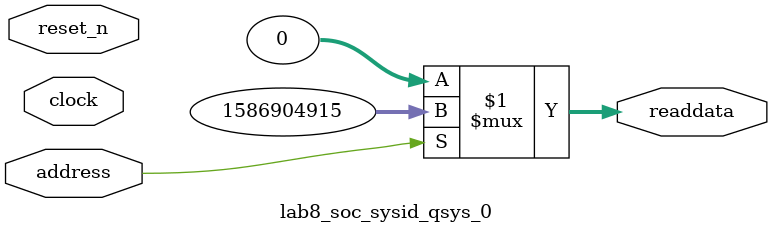
<source format=v>



// synthesis translate_off
`timescale 1ns / 1ps
// synthesis translate_on

// turn off superfluous verilog processor warnings 
// altera message_level Level1 
// altera message_off 10034 10035 10036 10037 10230 10240 10030 

module lab8_soc_sysid_qsys_0 (
               // inputs:
                address,
                clock,
                reset_n,

               // outputs:
                readdata
             )
;

  output  [ 31: 0] readdata;
  input            address;
  input            clock;
  input            reset_n;

  wire    [ 31: 0] readdata;
  //control_slave, which is an e_avalon_slave
  assign readdata = address ? 1586904915 : 0;

endmodule



</source>
